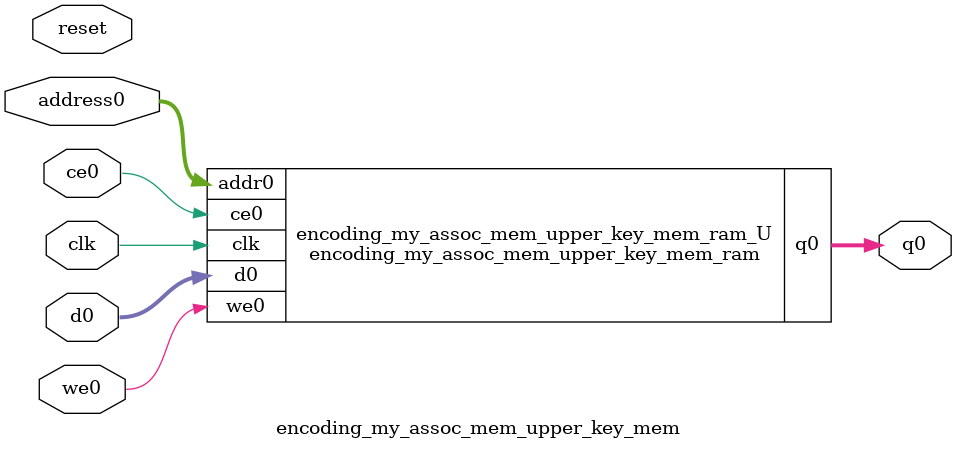
<source format=v>
`timescale 1 ns / 1 ps
module encoding_my_assoc_mem_upper_key_mem_ram (addr0, ce0, d0, we0, q0,  clk);

parameter DWIDTH = 64;
parameter AWIDTH = 9;
parameter MEM_SIZE = 512;

input[AWIDTH-1:0] addr0;
input ce0;
input[DWIDTH-1:0] d0;
input we0;
output reg[DWIDTH-1:0] q0;
input clk;

reg [DWIDTH-1:0] ram[0:MEM_SIZE-1];




always @(posedge clk)  
begin 
    if (ce0) begin
        if (we0) 
            ram[addr0] <= d0; 
        q0 <= ram[addr0];
    end
end


endmodule

`timescale 1 ns / 1 ps
module encoding_my_assoc_mem_upper_key_mem(
    reset,
    clk,
    address0,
    ce0,
    we0,
    d0,
    q0);

parameter DataWidth = 32'd64;
parameter AddressRange = 32'd512;
parameter AddressWidth = 32'd9;
input reset;
input clk;
input[AddressWidth - 1:0] address0;
input ce0;
input we0;
input[DataWidth - 1:0] d0;
output[DataWidth - 1:0] q0;



encoding_my_assoc_mem_upper_key_mem_ram encoding_my_assoc_mem_upper_key_mem_ram_U(
    .clk( clk ),
    .addr0( address0 ),
    .ce0( ce0 ),
    .we0( we0 ),
    .d0( d0 ),
    .q0( q0 ));

endmodule


</source>
